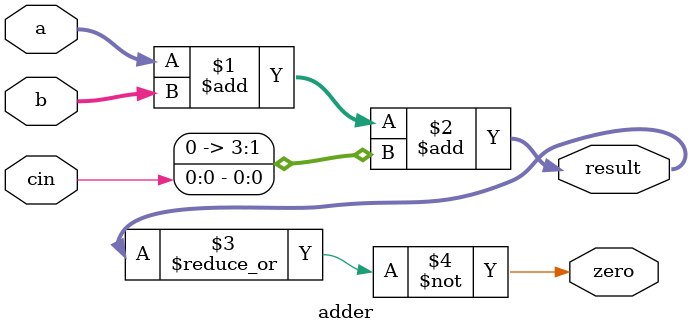
<source format=v>
module adder (
	input	[4-1:0]	a,
	input	[4-1:0]	b,
	input					cin,
	output					zero,
	output	[4-1:0]	result 
);
	assign result = a + b + {3'b000, cin};
	assign zero = ~(|result);
endmodule

</source>
